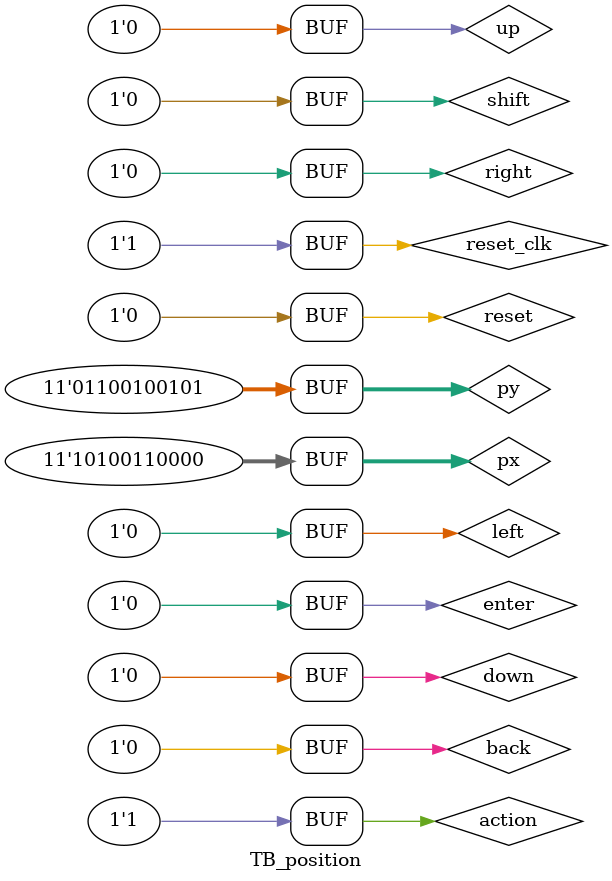
<source format=v>
`timescale 1 ns/100 ps
module clkgen(input reset, output reg clk);
	always
		begin
		
		if(reset==1'b0)
		#1	clk=1'b0;
		else
		#5	clk = !clk;
		end
endmodule
`timescale 1 ns/100 ps
module TB_position();
reg reset_clk, reset,action, left, right, up, down, enter, back, shift;
reg [10:0]px, py;
wire place;
wire [12:0]addr;

clkgen inputs( reset_clk, clk);

cursor_position test(.clk(clk),			//input wire clk,
					 .reset(reset),		//input wire reset,
					 .action(action),			//input wire action,
					 .left(left),			//input wire left,
					 .right(right),			//input wire right,
					 .up(up),				//input wire up,
					 .down(down),			//input wire down,
					 .enter(enter),			//input wire enter,
					 .back(back),		  	//input wire back,
					 .shift(shift),			//input wire shift,
					 .px(px),				//input wire [10:0] px,
					 .py(py),		  		//input wire [10:0] py,
					 .place(place),			//output wire place,
					 .addr(addr)		  	//output wire [12:0] addr,
							  );
initial begin
px=12'd1328;
py=12'd805;
action=0;
left=0;
right=0;
up=0;
down=0;
enter=0; 
back=0;
shift=0;
reset_clk=1'd0;
#10;
reset_clk=1'd1;
#10
reset=1'h1;
#10;
reset=1'h0;
#10;
//============
action=1;
left=1;
#10
left=0;
right=1;
#10
right=0;
down=1;
#10
down=0;
up=1;
#10
up=0;
enter=1;
#10
enter=0;
back=1;
#10
back=0;
shift=1;
#10;
shift=0;
#10;

end

endmodule
</source>
